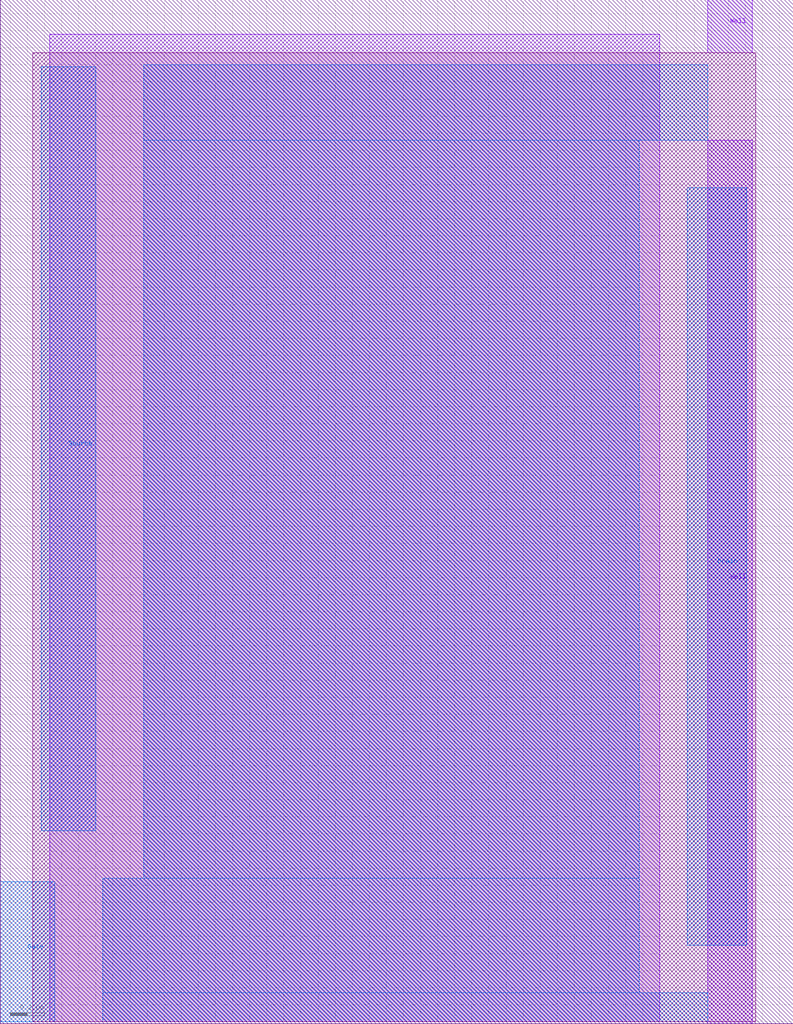
<source format=lef>
VERSION 5.7 ;
  NOWIREEXTENSIONATPIN ON ;
  DIVIDERCHAR "/" ;
  BUSBITCHARS "[]" ;
UNITS
  DATABASE MICRONS 200 ;
END UNITS

LAYER via2
  TYPE CUT ;
END via2

LAYER via
  TYPE CUT ;
END via

LAYER nwell
  TYPE MASTERSLICE ;
END nwell

LAYER via3
  TYPE CUT ;
END via3

LAYER pwell
  TYPE MASTERSLICE ;
END pwell

LAYER via4
  TYPE CUT ;
END via4

LAYER mcon
  TYPE CUT ;
END mcon

LAYER met6
  TYPE ROUTING ;
  WIDTH 0.030000 ;
  SPACING 0.040000 ;
  DIRECTION HORIZONTAL ;
END met6

LAYER met1
  TYPE ROUTING ;
  WIDTH 0.140000 ;
  SPACING 0.140000 ;
  DIRECTION HORIZONTAL ;
END met1

LAYER met3
  TYPE ROUTING ;
  WIDTH 0.300000 ;
  SPACING 0.300000 ;
  DIRECTION HORIZONTAL ;
END met3

LAYER met2
  TYPE ROUTING ;
  WIDTH 0.140000 ;
  SPACING 0.140000 ;
  DIRECTION HORIZONTAL ;
END met2

LAYER met4
  TYPE ROUTING ;
  WIDTH 0.300000 ;
  SPACING 0.300000 ;
  DIRECTION HORIZONTAL ;
END met4

LAYER met5
  TYPE ROUTING ;
  WIDTH 1.600000 ;
  SPACING 1.600000 ;
  DIRECTION HORIZONTAL ;
END met5

LAYER li1
  TYPE ROUTING ;
  WIDTH 0.170000 ;
  SPACING 0.170000 ;
  DIRECTION HORIZONTAL ;
END li1

MACRO sky130_hilas_pFETLarge
  CLASS BLOCK ;
  FOREIGN sky130_hilas_pFETLarge ;
  ORIGIN -0.640 -4.190 ;
  SIZE 4.640 BY 5.990 ;
  PIN Gate
    PORT
      LAYER met2 ;
        RECT 0.640 4.200 0.960 5.020 ;
    END
  END Gate
  PIN Source
    USE ANALOG ;
    PORT
      LAYER met2 ;
        RECT 0.880 5.320 1.200 9.790 ;
    END
  END Source
  PIN Drain
    USE ANALOG ;
    PORT
      LAYER met2 ;
        RECT 4.660 4.650 5.010 9.080 ;
    END
  END Drain
  PIN Well
    USE ANALOG ;
    PORT
      LAYER met1 ;
        RECT 4.780 9.870 5.040 10.180 ;
    END
    PORT
      LAYER met1 ;
        RECT 4.780 4.190 5.040 9.360 ;
    END
  END Well
  OBS
      LAYER li1 ;
        RECT 0.830 4.200 5.060 9.870 ;
      LAYER met1 ;
        RECT 0.930 4.200 4.500 9.980 ;
      LAYER met2 ;
        RECT 1.480 9.360 4.780 9.800 ;
        RECT 1.480 5.040 4.380 9.360 ;
        RECT 1.240 4.370 4.380 5.040 ;
        RECT 1.240 4.200 4.780 4.370 ;
  END
END sky130_hilas_pFETLarge
END LIBRARY


</source>
